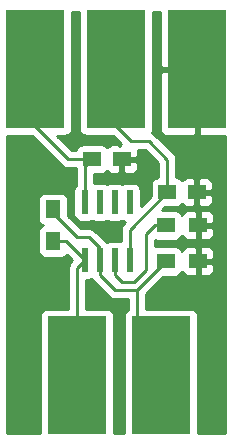
<source format=gtl>
G04 #@! TF.FileFunction,Copper,L1,Top,Signal*
%FSLAX46Y46*%
G04 Gerber Fmt 4.6, Leading zero omitted, Abs format (unit mm)*
G04 Created by KiCad (PCBNEW 4.0.7) date 06/03/18 15:12:42*
%MOMM*%
%LPD*%
G01*
G04 APERTURE LIST*
%ADD10C,0.100000*%
%ADD11R,1.500000X1.250000*%
%ADD12R,1.500000X1.300000*%
%ADD13R,1.300000X1.500000*%
%ADD14R,0.600000X2.000000*%
%ADD15R,5.000000X10.000000*%
%ADD16C,0.600000*%
%ADD17C,0.250000*%
%ADD18C,0.254000*%
G04 APERTURE END LIST*
D10*
D11*
X147340000Y-99314000D03*
X149840000Y-99314000D03*
X153690000Y-102108000D03*
X156190000Y-102108000D03*
D12*
X153590000Y-107950000D03*
X156290000Y-107950000D03*
X153590000Y-104902000D03*
X156290000Y-104902000D03*
D13*
X144018000Y-106252000D03*
X144018000Y-103552000D03*
D14*
X146685000Y-107860000D03*
X147955000Y-107860000D03*
X150495000Y-107860000D03*
X150495000Y-102960000D03*
X149225000Y-102960000D03*
X147955000Y-102960000D03*
X146685000Y-102960000D03*
X149225000Y-107860000D03*
D15*
X153162000Y-117602000D03*
X146050000Y-117602000D03*
X142494000Y-91694000D03*
X149352000Y-91694000D03*
X156210000Y-91694000D03*
D16*
X145796000Y-97536000D03*
X141224000Y-101346000D03*
X141478000Y-113030000D03*
X149606000Y-111760000D03*
X156972000Y-111252000D03*
D17*
X147340000Y-99314000D02*
X145288000Y-99314000D01*
X145288000Y-99314000D02*
X142494000Y-96520000D01*
X142494000Y-96520000D02*
X142494000Y-91694000D01*
X146685000Y-102960000D02*
X146685000Y-99969000D01*
X146685000Y-99969000D02*
X147340000Y-99314000D01*
X149840000Y-99314000D02*
X149606000Y-99314000D01*
X153690000Y-102108000D02*
X153690000Y-99334000D01*
X150622000Y-97790000D02*
X148590000Y-95758000D01*
X152146000Y-97790000D02*
X150622000Y-97790000D01*
X153690000Y-99334000D02*
X152146000Y-97790000D01*
X150495000Y-107860000D02*
X150495000Y-105303000D01*
X150495000Y-105303000D02*
X153690000Y-102108000D01*
X144018000Y-103552000D02*
X144018000Y-103886000D01*
X144018000Y-103886000D02*
X146050000Y-105918000D01*
X146050000Y-105918000D02*
X147066000Y-105918000D01*
X147066000Y-105918000D02*
X147955000Y-106807000D01*
X147955000Y-106807000D02*
X147955000Y-107860000D01*
X151130000Y-110410000D02*
X149272000Y-110410000D01*
X147955000Y-109093000D02*
X147955000Y-107860000D01*
X149272000Y-110410000D02*
X147955000Y-109093000D01*
X151130000Y-113030000D02*
X151130000Y-110410000D01*
X151130000Y-110410000D02*
X153590000Y-107950000D01*
X144018000Y-106252000D02*
X145077000Y-106252000D01*
X145077000Y-106252000D02*
X146685000Y-107860000D01*
X146050000Y-113030000D02*
X146050000Y-108495000D01*
X146050000Y-108495000D02*
X146685000Y-107860000D01*
X153590000Y-104902000D02*
X152654000Y-104902000D01*
X149225000Y-109093000D02*
X149225000Y-107860000D01*
X149860000Y-109728000D02*
X149225000Y-109093000D01*
X150876000Y-109728000D02*
X149860000Y-109728000D01*
X151892000Y-108712000D02*
X150876000Y-109728000D01*
X151892000Y-105664000D02*
X151892000Y-108712000D01*
X152654000Y-104902000D02*
X151892000Y-105664000D01*
D18*
G36*
X153075000Y-91408250D02*
X153233750Y-91567000D01*
X156083000Y-91567000D01*
X156083000Y-91547000D01*
X156337000Y-91547000D01*
X156337000Y-91567000D01*
X156357000Y-91567000D01*
X156357000Y-91821000D01*
X156337000Y-91821000D01*
X156337000Y-97170250D01*
X156495750Y-97329000D01*
X158548000Y-97329000D01*
X158548000Y-122480000D01*
X156309440Y-122480000D01*
X156309440Y-112602000D01*
X156265162Y-112366683D01*
X156126090Y-112150559D01*
X155913890Y-112005569D01*
X155662000Y-111954560D01*
X151890000Y-111954560D01*
X151890000Y-110724802D01*
X153367362Y-109247440D01*
X154340000Y-109247440D01*
X154575317Y-109203162D01*
X154791441Y-109064090D01*
X154936431Y-108851890D01*
X154943191Y-108818510D01*
X155001673Y-108959699D01*
X155180302Y-109138327D01*
X155413691Y-109235000D01*
X156004250Y-109235000D01*
X156163000Y-109076250D01*
X156163000Y-108077000D01*
X156417000Y-108077000D01*
X156417000Y-109076250D01*
X156575750Y-109235000D01*
X157166309Y-109235000D01*
X157399698Y-109138327D01*
X157578327Y-108959699D01*
X157675000Y-108726310D01*
X157675000Y-108235750D01*
X157516250Y-108077000D01*
X156417000Y-108077000D01*
X156163000Y-108077000D01*
X156143000Y-108077000D01*
X156143000Y-107823000D01*
X156163000Y-107823000D01*
X156163000Y-106823750D01*
X156417000Y-106823750D01*
X156417000Y-107823000D01*
X157516250Y-107823000D01*
X157675000Y-107664250D01*
X157675000Y-107173690D01*
X157578327Y-106940301D01*
X157399698Y-106761673D01*
X157166309Y-106665000D01*
X156575750Y-106665000D01*
X156417000Y-106823750D01*
X156163000Y-106823750D01*
X156004250Y-106665000D01*
X155413691Y-106665000D01*
X155180302Y-106761673D01*
X155001673Y-106940301D01*
X154945346Y-107076287D01*
X154943162Y-107064683D01*
X154804090Y-106848559D01*
X154591890Y-106703569D01*
X154340000Y-106652560D01*
X152840000Y-106652560D01*
X152652000Y-106687935D01*
X152652000Y-106161369D01*
X152840000Y-106199440D01*
X154340000Y-106199440D01*
X154575317Y-106155162D01*
X154791441Y-106016090D01*
X154936431Y-105803890D01*
X154943191Y-105770510D01*
X155001673Y-105911699D01*
X155180302Y-106090327D01*
X155413691Y-106187000D01*
X156004250Y-106187000D01*
X156163000Y-106028250D01*
X156163000Y-105029000D01*
X156417000Y-105029000D01*
X156417000Y-106028250D01*
X156575750Y-106187000D01*
X157166309Y-106187000D01*
X157399698Y-106090327D01*
X157578327Y-105911699D01*
X157675000Y-105678310D01*
X157675000Y-105187750D01*
X157516250Y-105029000D01*
X156417000Y-105029000D01*
X156163000Y-105029000D01*
X156143000Y-105029000D01*
X156143000Y-104775000D01*
X156163000Y-104775000D01*
X156163000Y-103775750D01*
X156417000Y-103775750D01*
X156417000Y-104775000D01*
X157516250Y-104775000D01*
X157675000Y-104616250D01*
X157675000Y-104125690D01*
X157578327Y-103892301D01*
X157399698Y-103713673D01*
X157166309Y-103617000D01*
X156575750Y-103617000D01*
X156417000Y-103775750D01*
X156163000Y-103775750D01*
X156004250Y-103617000D01*
X155413691Y-103617000D01*
X155180302Y-103713673D01*
X155001673Y-103892301D01*
X154945346Y-104028287D01*
X154943162Y-104016683D01*
X154804090Y-103800559D01*
X154591890Y-103655569D01*
X154340000Y-103604560D01*
X153268242Y-103604560D01*
X153492362Y-103380440D01*
X154440000Y-103380440D01*
X154675317Y-103336162D01*
X154891441Y-103197090D01*
X154937969Y-103128994D01*
X155080302Y-103271327D01*
X155313691Y-103368000D01*
X155904250Y-103368000D01*
X156063000Y-103209250D01*
X156063000Y-102235000D01*
X156317000Y-102235000D01*
X156317000Y-103209250D01*
X156475750Y-103368000D01*
X157066309Y-103368000D01*
X157299698Y-103271327D01*
X157478327Y-103092699D01*
X157575000Y-102859310D01*
X157575000Y-102393750D01*
X157416250Y-102235000D01*
X156317000Y-102235000D01*
X156063000Y-102235000D01*
X156043000Y-102235000D01*
X156043000Y-101981000D01*
X156063000Y-101981000D01*
X156063000Y-101006750D01*
X156317000Y-101006750D01*
X156317000Y-101981000D01*
X157416250Y-101981000D01*
X157575000Y-101822250D01*
X157575000Y-101356690D01*
X157478327Y-101123301D01*
X157299698Y-100944673D01*
X157066309Y-100848000D01*
X156475750Y-100848000D01*
X156317000Y-101006750D01*
X156063000Y-101006750D01*
X155904250Y-100848000D01*
X155313691Y-100848000D01*
X155080302Y-100944673D01*
X154939064Y-101085910D01*
X154904090Y-101031559D01*
X154691890Y-100886569D01*
X154450000Y-100837585D01*
X154450000Y-99334000D01*
X154392148Y-99043161D01*
X154227401Y-98796599D01*
X152683401Y-97252599D01*
X152436839Y-97087852D01*
X152361651Y-97072896D01*
X152448431Y-96945890D01*
X152499440Y-96694000D01*
X152499440Y-91979750D01*
X153075000Y-91979750D01*
X153075000Y-96820310D01*
X153171673Y-97053699D01*
X153350302Y-97232327D01*
X153583691Y-97329000D01*
X155924250Y-97329000D01*
X156083000Y-97170250D01*
X156083000Y-91821000D01*
X153233750Y-91821000D01*
X153075000Y-91979750D01*
X152499440Y-91979750D01*
X152499440Y-86816000D01*
X153075000Y-86816000D01*
X153075000Y-91408250D01*
X153075000Y-91408250D01*
G37*
X153075000Y-91408250D02*
X153233750Y-91567000D01*
X156083000Y-91567000D01*
X156083000Y-91547000D01*
X156337000Y-91547000D01*
X156337000Y-91567000D01*
X156357000Y-91567000D01*
X156357000Y-91821000D01*
X156337000Y-91821000D01*
X156337000Y-97170250D01*
X156495750Y-97329000D01*
X158548000Y-97329000D01*
X158548000Y-122480000D01*
X156309440Y-122480000D01*
X156309440Y-112602000D01*
X156265162Y-112366683D01*
X156126090Y-112150559D01*
X155913890Y-112005569D01*
X155662000Y-111954560D01*
X151890000Y-111954560D01*
X151890000Y-110724802D01*
X153367362Y-109247440D01*
X154340000Y-109247440D01*
X154575317Y-109203162D01*
X154791441Y-109064090D01*
X154936431Y-108851890D01*
X154943191Y-108818510D01*
X155001673Y-108959699D01*
X155180302Y-109138327D01*
X155413691Y-109235000D01*
X156004250Y-109235000D01*
X156163000Y-109076250D01*
X156163000Y-108077000D01*
X156417000Y-108077000D01*
X156417000Y-109076250D01*
X156575750Y-109235000D01*
X157166309Y-109235000D01*
X157399698Y-109138327D01*
X157578327Y-108959699D01*
X157675000Y-108726310D01*
X157675000Y-108235750D01*
X157516250Y-108077000D01*
X156417000Y-108077000D01*
X156163000Y-108077000D01*
X156143000Y-108077000D01*
X156143000Y-107823000D01*
X156163000Y-107823000D01*
X156163000Y-106823750D01*
X156417000Y-106823750D01*
X156417000Y-107823000D01*
X157516250Y-107823000D01*
X157675000Y-107664250D01*
X157675000Y-107173690D01*
X157578327Y-106940301D01*
X157399698Y-106761673D01*
X157166309Y-106665000D01*
X156575750Y-106665000D01*
X156417000Y-106823750D01*
X156163000Y-106823750D01*
X156004250Y-106665000D01*
X155413691Y-106665000D01*
X155180302Y-106761673D01*
X155001673Y-106940301D01*
X154945346Y-107076287D01*
X154943162Y-107064683D01*
X154804090Y-106848559D01*
X154591890Y-106703569D01*
X154340000Y-106652560D01*
X152840000Y-106652560D01*
X152652000Y-106687935D01*
X152652000Y-106161369D01*
X152840000Y-106199440D01*
X154340000Y-106199440D01*
X154575317Y-106155162D01*
X154791441Y-106016090D01*
X154936431Y-105803890D01*
X154943191Y-105770510D01*
X155001673Y-105911699D01*
X155180302Y-106090327D01*
X155413691Y-106187000D01*
X156004250Y-106187000D01*
X156163000Y-106028250D01*
X156163000Y-105029000D01*
X156417000Y-105029000D01*
X156417000Y-106028250D01*
X156575750Y-106187000D01*
X157166309Y-106187000D01*
X157399698Y-106090327D01*
X157578327Y-105911699D01*
X157675000Y-105678310D01*
X157675000Y-105187750D01*
X157516250Y-105029000D01*
X156417000Y-105029000D01*
X156163000Y-105029000D01*
X156143000Y-105029000D01*
X156143000Y-104775000D01*
X156163000Y-104775000D01*
X156163000Y-103775750D01*
X156417000Y-103775750D01*
X156417000Y-104775000D01*
X157516250Y-104775000D01*
X157675000Y-104616250D01*
X157675000Y-104125690D01*
X157578327Y-103892301D01*
X157399698Y-103713673D01*
X157166309Y-103617000D01*
X156575750Y-103617000D01*
X156417000Y-103775750D01*
X156163000Y-103775750D01*
X156004250Y-103617000D01*
X155413691Y-103617000D01*
X155180302Y-103713673D01*
X155001673Y-103892301D01*
X154945346Y-104028287D01*
X154943162Y-104016683D01*
X154804090Y-103800559D01*
X154591890Y-103655569D01*
X154340000Y-103604560D01*
X153268242Y-103604560D01*
X153492362Y-103380440D01*
X154440000Y-103380440D01*
X154675317Y-103336162D01*
X154891441Y-103197090D01*
X154937969Y-103128994D01*
X155080302Y-103271327D01*
X155313691Y-103368000D01*
X155904250Y-103368000D01*
X156063000Y-103209250D01*
X156063000Y-102235000D01*
X156317000Y-102235000D01*
X156317000Y-103209250D01*
X156475750Y-103368000D01*
X157066309Y-103368000D01*
X157299698Y-103271327D01*
X157478327Y-103092699D01*
X157575000Y-102859310D01*
X157575000Y-102393750D01*
X157416250Y-102235000D01*
X156317000Y-102235000D01*
X156063000Y-102235000D01*
X156043000Y-102235000D01*
X156043000Y-101981000D01*
X156063000Y-101981000D01*
X156063000Y-101006750D01*
X156317000Y-101006750D01*
X156317000Y-101981000D01*
X157416250Y-101981000D01*
X157575000Y-101822250D01*
X157575000Y-101356690D01*
X157478327Y-101123301D01*
X157299698Y-100944673D01*
X157066309Y-100848000D01*
X156475750Y-100848000D01*
X156317000Y-101006750D01*
X156063000Y-101006750D01*
X155904250Y-100848000D01*
X155313691Y-100848000D01*
X155080302Y-100944673D01*
X154939064Y-101085910D01*
X154904090Y-101031559D01*
X154691890Y-100886569D01*
X154450000Y-100837585D01*
X154450000Y-99334000D01*
X154392148Y-99043161D01*
X154227401Y-98796599D01*
X152683401Y-97252599D01*
X152436839Y-97087852D01*
X152361651Y-97072896D01*
X152448431Y-96945890D01*
X152499440Y-96694000D01*
X152499440Y-91979750D01*
X153075000Y-91979750D01*
X153075000Y-96820310D01*
X153171673Y-97053699D01*
X153350302Y-97232327D01*
X153583691Y-97329000D01*
X155924250Y-97329000D01*
X156083000Y-97170250D01*
X156083000Y-91821000D01*
X153233750Y-91821000D01*
X153075000Y-91979750D01*
X152499440Y-91979750D01*
X152499440Y-86816000D01*
X153075000Y-86816000D01*
X153075000Y-91408250D01*
G36*
X147417599Y-109630401D02*
X148734599Y-110947401D01*
X148981160Y-111112148D01*
X149272000Y-111170000D01*
X150370000Y-111170000D01*
X150370000Y-112035313D01*
X150210559Y-112137910D01*
X150065569Y-112350110D01*
X150014560Y-112602000D01*
X150014560Y-122480000D01*
X149197440Y-122480000D01*
X149197440Y-112602000D01*
X149153162Y-112366683D01*
X149014090Y-112150559D01*
X148801890Y-112005569D01*
X148550000Y-111954560D01*
X146810000Y-111954560D01*
X146810000Y-109507440D01*
X146985000Y-109507440D01*
X147220317Y-109463162D01*
X147280135Y-109424670D01*
X147417599Y-109630401D01*
X147417599Y-109630401D01*
G37*
X147417599Y-109630401D02*
X148734599Y-110947401D01*
X148981160Y-111112148D01*
X149272000Y-111170000D01*
X150370000Y-111170000D01*
X150370000Y-112035313D01*
X150210559Y-112137910D01*
X150065569Y-112350110D01*
X150014560Y-112602000D01*
X150014560Y-122480000D01*
X149197440Y-122480000D01*
X149197440Y-112602000D01*
X149153162Y-112366683D01*
X149014090Y-112150559D01*
X148801890Y-112005569D01*
X148550000Y-111954560D01*
X146810000Y-111954560D01*
X146810000Y-109507440D01*
X146985000Y-109507440D01*
X147220317Y-109463162D01*
X147280135Y-109424670D01*
X147417599Y-109630401D01*
G36*
X144750599Y-99851401D02*
X144997161Y-100016148D01*
X145288000Y-100074000D01*
X145925000Y-100074000D01*
X145925000Y-101508437D01*
X145788569Y-101708110D01*
X145737560Y-101960000D01*
X145737560Y-103960000D01*
X145781838Y-104195317D01*
X145920910Y-104411441D01*
X146133110Y-104556431D01*
X146385000Y-104607440D01*
X146985000Y-104607440D01*
X147220317Y-104563162D01*
X147319528Y-104499322D01*
X147403110Y-104556431D01*
X147655000Y-104607440D01*
X148255000Y-104607440D01*
X148490317Y-104563162D01*
X148589528Y-104499322D01*
X148673110Y-104556431D01*
X148925000Y-104607440D01*
X149525000Y-104607440D01*
X149760317Y-104563162D01*
X149859528Y-104499322D01*
X149943110Y-104556431D01*
X150129103Y-104594095D01*
X149957599Y-104765599D01*
X149792852Y-105012161D01*
X149735000Y-105303000D01*
X149735000Y-106255086D01*
X149525000Y-106212560D01*
X148925000Y-106212560D01*
X148689683Y-106256838D01*
X148590472Y-106320678D01*
X148506890Y-106263569D01*
X148481161Y-106258359D01*
X147603401Y-105380599D01*
X147356839Y-105215852D01*
X147066000Y-105158000D01*
X146364802Y-105158000D01*
X145315440Y-104108638D01*
X145315440Y-102802000D01*
X145271162Y-102566683D01*
X145132090Y-102350559D01*
X144919890Y-102205569D01*
X144668000Y-102154560D01*
X143368000Y-102154560D01*
X143132683Y-102198838D01*
X142916559Y-102337910D01*
X142771569Y-102550110D01*
X142720560Y-102802000D01*
X142720560Y-104302000D01*
X142764838Y-104537317D01*
X142903910Y-104753441D01*
X143116110Y-104898431D01*
X143129197Y-104901081D01*
X142916559Y-105037910D01*
X142771569Y-105250110D01*
X142720560Y-105502000D01*
X142720560Y-107002000D01*
X142764838Y-107237317D01*
X142903910Y-107453441D01*
X143116110Y-107598431D01*
X143368000Y-107649440D01*
X144668000Y-107649440D01*
X144903317Y-107605162D01*
X145119441Y-107466090D01*
X145158753Y-107408555D01*
X145610198Y-107860000D01*
X145512599Y-107957599D01*
X145347852Y-108204161D01*
X145290000Y-108495000D01*
X145290000Y-111954560D01*
X143550000Y-111954560D01*
X143314683Y-111998838D01*
X143098559Y-112137910D01*
X142953569Y-112350110D01*
X142902560Y-112602000D01*
X142902560Y-122480000D01*
X140156000Y-122480000D01*
X140156000Y-97341440D01*
X142240638Y-97341440D01*
X144750599Y-99851401D01*
X144750599Y-99851401D01*
G37*
X144750599Y-99851401D02*
X144997161Y-100016148D01*
X145288000Y-100074000D01*
X145925000Y-100074000D01*
X145925000Y-101508437D01*
X145788569Y-101708110D01*
X145737560Y-101960000D01*
X145737560Y-103960000D01*
X145781838Y-104195317D01*
X145920910Y-104411441D01*
X146133110Y-104556431D01*
X146385000Y-104607440D01*
X146985000Y-104607440D01*
X147220317Y-104563162D01*
X147319528Y-104499322D01*
X147403110Y-104556431D01*
X147655000Y-104607440D01*
X148255000Y-104607440D01*
X148490317Y-104563162D01*
X148589528Y-104499322D01*
X148673110Y-104556431D01*
X148925000Y-104607440D01*
X149525000Y-104607440D01*
X149760317Y-104563162D01*
X149859528Y-104499322D01*
X149943110Y-104556431D01*
X150129103Y-104594095D01*
X149957599Y-104765599D01*
X149792852Y-105012161D01*
X149735000Y-105303000D01*
X149735000Y-106255086D01*
X149525000Y-106212560D01*
X148925000Y-106212560D01*
X148689683Y-106256838D01*
X148590472Y-106320678D01*
X148506890Y-106263569D01*
X148481161Y-106258359D01*
X147603401Y-105380599D01*
X147356839Y-105215852D01*
X147066000Y-105158000D01*
X146364802Y-105158000D01*
X145315440Y-104108638D01*
X145315440Y-102802000D01*
X145271162Y-102566683D01*
X145132090Y-102350559D01*
X144919890Y-102205569D01*
X144668000Y-102154560D01*
X143368000Y-102154560D01*
X143132683Y-102198838D01*
X142916559Y-102337910D01*
X142771569Y-102550110D01*
X142720560Y-102802000D01*
X142720560Y-104302000D01*
X142764838Y-104537317D01*
X142903910Y-104753441D01*
X143116110Y-104898431D01*
X143129197Y-104901081D01*
X142916559Y-105037910D01*
X142771569Y-105250110D01*
X142720560Y-105502000D01*
X142720560Y-107002000D01*
X142764838Y-107237317D01*
X142903910Y-107453441D01*
X143116110Y-107598431D01*
X143368000Y-107649440D01*
X144668000Y-107649440D01*
X144903317Y-107605162D01*
X145119441Y-107466090D01*
X145158753Y-107408555D01*
X145610198Y-107860000D01*
X145512599Y-107957599D01*
X145347852Y-108204161D01*
X145290000Y-108495000D01*
X145290000Y-111954560D01*
X143550000Y-111954560D01*
X143314683Y-111998838D01*
X143098559Y-112137910D01*
X142953569Y-112350110D01*
X142902560Y-112602000D01*
X142902560Y-122480000D01*
X140156000Y-122480000D01*
X140156000Y-97341440D01*
X142240638Y-97341440D01*
X144750599Y-99851401D01*
G36*
X152930000Y-99648802D02*
X152930000Y-100837442D01*
X152704683Y-100879838D01*
X152488559Y-101018910D01*
X152343569Y-101231110D01*
X152292560Y-101483000D01*
X152292560Y-102430638D01*
X151442440Y-103280758D01*
X151442440Y-101960000D01*
X151398162Y-101724683D01*
X151259090Y-101508559D01*
X151046890Y-101363569D01*
X150795000Y-101312560D01*
X150195000Y-101312560D01*
X149959683Y-101356838D01*
X149860472Y-101420678D01*
X149776890Y-101363569D01*
X149525000Y-101312560D01*
X148925000Y-101312560D01*
X148689683Y-101356838D01*
X148590472Y-101420678D01*
X148506890Y-101363569D01*
X148255000Y-101312560D01*
X147655000Y-101312560D01*
X147445000Y-101352074D01*
X147445000Y-100586440D01*
X148090000Y-100586440D01*
X148325317Y-100542162D01*
X148541441Y-100403090D01*
X148587969Y-100334994D01*
X148730302Y-100477327D01*
X148963691Y-100574000D01*
X149554250Y-100574000D01*
X149713000Y-100415250D01*
X149713000Y-99441000D01*
X149967000Y-99441000D01*
X149967000Y-100415250D01*
X150125750Y-100574000D01*
X150716309Y-100574000D01*
X150949698Y-100477327D01*
X151128327Y-100298699D01*
X151225000Y-100065310D01*
X151225000Y-99599750D01*
X151066250Y-99441000D01*
X149967000Y-99441000D01*
X149713000Y-99441000D01*
X149693000Y-99441000D01*
X149693000Y-99187000D01*
X149713000Y-99187000D01*
X149713000Y-99167000D01*
X149967000Y-99167000D01*
X149967000Y-99187000D01*
X151066250Y-99187000D01*
X151225000Y-99028250D01*
X151225000Y-98562690D01*
X151219744Y-98550000D01*
X151831198Y-98550000D01*
X152930000Y-99648802D01*
X152930000Y-99648802D01*
G37*
X152930000Y-99648802D02*
X152930000Y-100837442D01*
X152704683Y-100879838D01*
X152488559Y-101018910D01*
X152343569Y-101231110D01*
X152292560Y-101483000D01*
X152292560Y-102430638D01*
X151442440Y-103280758D01*
X151442440Y-101960000D01*
X151398162Y-101724683D01*
X151259090Y-101508559D01*
X151046890Y-101363569D01*
X150795000Y-101312560D01*
X150195000Y-101312560D01*
X149959683Y-101356838D01*
X149860472Y-101420678D01*
X149776890Y-101363569D01*
X149525000Y-101312560D01*
X148925000Y-101312560D01*
X148689683Y-101356838D01*
X148590472Y-101420678D01*
X148506890Y-101363569D01*
X148255000Y-101312560D01*
X147655000Y-101312560D01*
X147445000Y-101352074D01*
X147445000Y-100586440D01*
X148090000Y-100586440D01*
X148325317Y-100542162D01*
X148541441Y-100403090D01*
X148587969Y-100334994D01*
X148730302Y-100477327D01*
X148963691Y-100574000D01*
X149554250Y-100574000D01*
X149713000Y-100415250D01*
X149713000Y-99441000D01*
X149967000Y-99441000D01*
X149967000Y-100415250D01*
X150125750Y-100574000D01*
X150716309Y-100574000D01*
X150949698Y-100477327D01*
X151128327Y-100298699D01*
X151225000Y-100065310D01*
X151225000Y-99599750D01*
X151066250Y-99441000D01*
X149967000Y-99441000D01*
X149713000Y-99441000D01*
X149693000Y-99441000D01*
X149693000Y-99187000D01*
X149713000Y-99187000D01*
X149713000Y-99167000D01*
X149967000Y-99167000D01*
X149967000Y-99187000D01*
X151066250Y-99187000D01*
X151225000Y-99028250D01*
X151225000Y-98562690D01*
X151219744Y-98550000D01*
X151831198Y-98550000D01*
X152930000Y-99648802D01*
G36*
X146204560Y-96694000D02*
X146248838Y-96929317D01*
X146387910Y-97145441D01*
X146600110Y-97290431D01*
X146852000Y-97341440D01*
X149098638Y-97341440D01*
X149811198Y-98054000D01*
X149712998Y-98054000D01*
X149712998Y-98212748D01*
X149554250Y-98054000D01*
X148963691Y-98054000D01*
X148730302Y-98150673D01*
X148589064Y-98291910D01*
X148554090Y-98237559D01*
X148341890Y-98092569D01*
X148090000Y-98041560D01*
X146590000Y-98041560D01*
X146354683Y-98085838D01*
X146138559Y-98224910D01*
X145993569Y-98437110D01*
X145969898Y-98554000D01*
X145602802Y-98554000D01*
X144390242Y-97341440D01*
X144994000Y-97341440D01*
X145229317Y-97297162D01*
X145445441Y-97158090D01*
X145590431Y-96945890D01*
X145641440Y-96694000D01*
X145641440Y-86816000D01*
X146204560Y-86816000D01*
X146204560Y-96694000D01*
X146204560Y-96694000D01*
G37*
X146204560Y-96694000D02*
X146248838Y-96929317D01*
X146387910Y-97145441D01*
X146600110Y-97290431D01*
X146852000Y-97341440D01*
X149098638Y-97341440D01*
X149811198Y-98054000D01*
X149712998Y-98054000D01*
X149712998Y-98212748D01*
X149554250Y-98054000D01*
X148963691Y-98054000D01*
X148730302Y-98150673D01*
X148589064Y-98291910D01*
X148554090Y-98237559D01*
X148341890Y-98092569D01*
X148090000Y-98041560D01*
X146590000Y-98041560D01*
X146354683Y-98085838D01*
X146138559Y-98224910D01*
X145993569Y-98437110D01*
X145969898Y-98554000D01*
X145602802Y-98554000D01*
X144390242Y-97341440D01*
X144994000Y-97341440D01*
X145229317Y-97297162D01*
X145445441Y-97158090D01*
X145590431Y-96945890D01*
X145641440Y-96694000D01*
X145641440Y-86816000D01*
X146204560Y-86816000D01*
X146204560Y-96694000D01*
M02*

</source>
